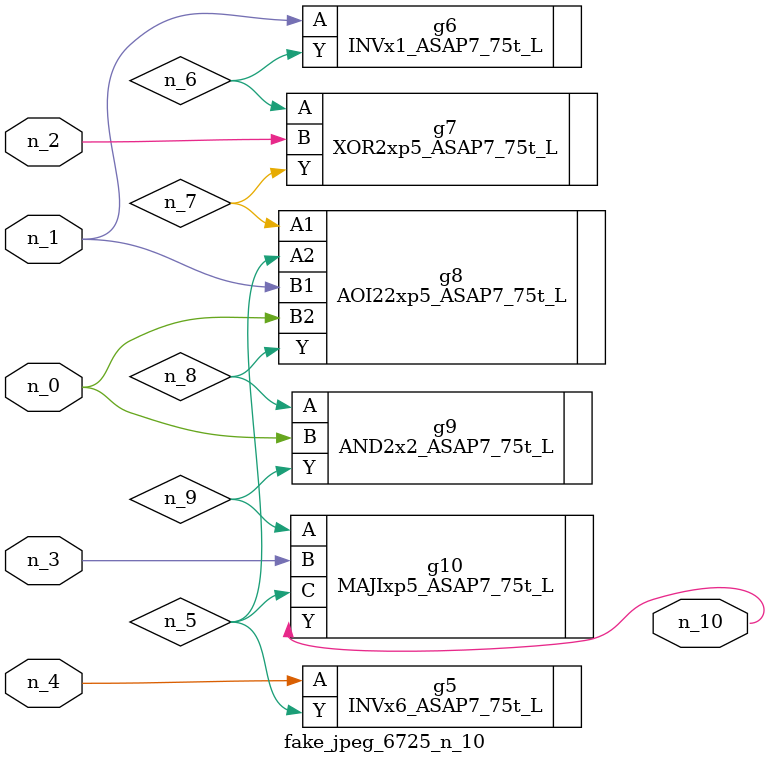
<source format=v>
module fake_jpeg_6725_n_10 (n_3, n_2, n_1, n_0, n_4, n_10);

input n_3;
input n_2;
input n_1;
input n_0;
input n_4;

output n_10;

wire n_8;
wire n_9;
wire n_6;
wire n_5;
wire n_7;

INVx6_ASAP7_75t_L g5 ( 
.A(n_4),
.Y(n_5)
);

INVx1_ASAP7_75t_L g6 ( 
.A(n_1),
.Y(n_6)
);

XOR2xp5_ASAP7_75t_L g7 ( 
.A(n_6),
.B(n_2),
.Y(n_7)
);

AOI22xp5_ASAP7_75t_L g8 ( 
.A1(n_7),
.A2(n_5),
.B1(n_1),
.B2(n_0),
.Y(n_8)
);

AND2x2_ASAP7_75t_L g9 ( 
.A(n_8),
.B(n_0),
.Y(n_9)
);

MAJIxp5_ASAP7_75t_L g10 ( 
.A(n_9),
.B(n_3),
.C(n_5),
.Y(n_10)
);


endmodule
</source>
